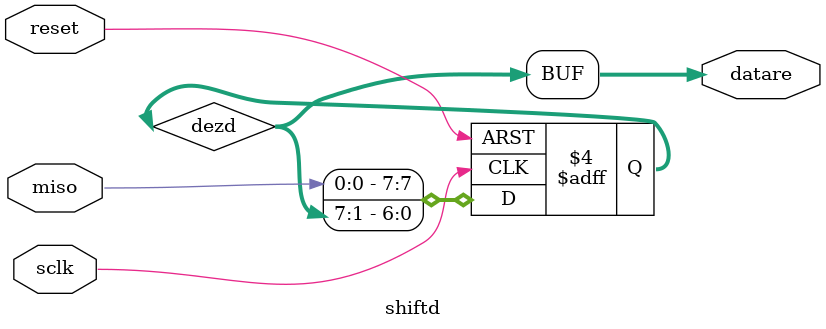
<source format=v>
module shiftd #(parameter N=8)(input sclk, input reset, output reg [N-1:0] datare, input miso);

reg [N-1:0] dezd=0;



//desplazamiento derecha

always @(posedge reset, posedge sclk)
	begin

		if(reset)
			begin
			dezd<=0;
			end
		else
			begin
			dezd<={miso,dezd[N-1:1]};
			end
	end


always @(dezd)
	datare=dezd;
	
endmodule

</source>
